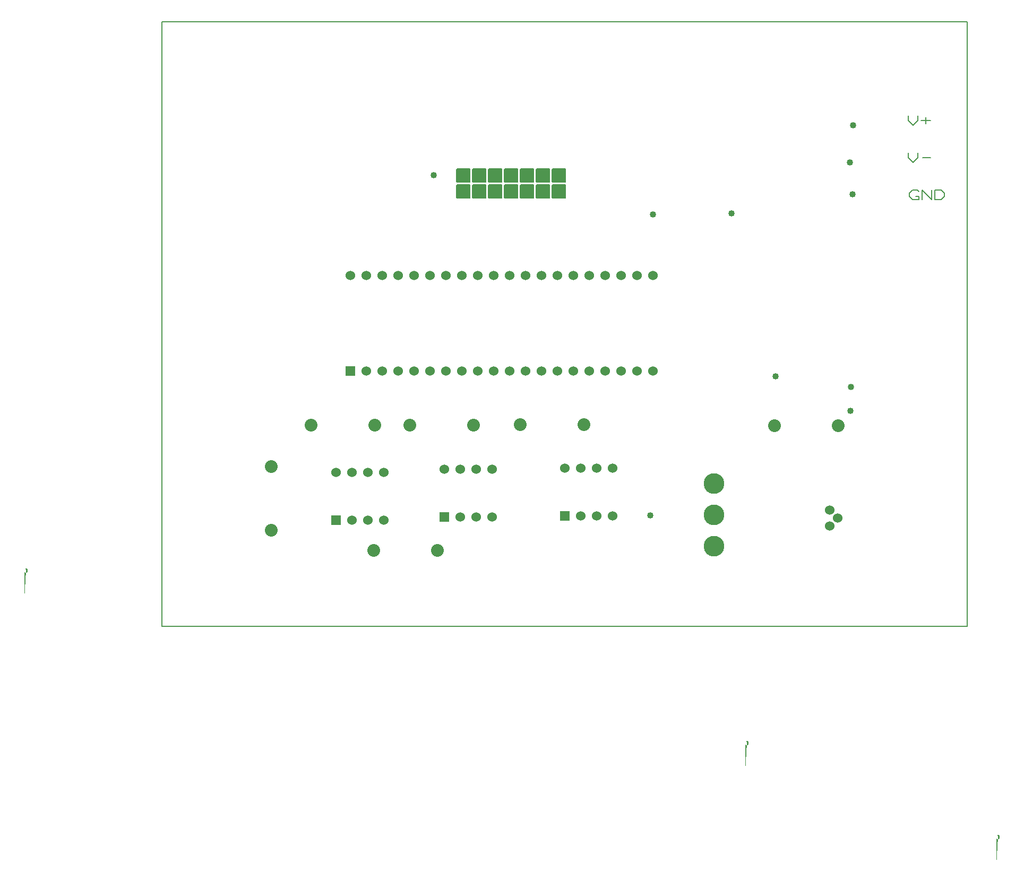
<source format=gbr>
G04 PROTEUS GERBER X2 FILE*
%TF.GenerationSoftware,Labcenter,Proteus,8.8-SP1-Build27031*%
%TF.CreationDate,2019-05-18T07:00:24+00:00*%
%TF.FileFunction,Soldermask,Top*%
%TF.FilePolarity,Negative*%
%TF.Part,Single*%
%TF.SameCoordinates,{a8659aba-65a4-4c0a-9c60-288927405768}*%
%FSLAX45Y45*%
%MOMM*%
G01*
%TA.AperFunction,Material*%
%ADD71C,1.016000*%
%AMPPAD012*
4,1,68,
-0.100000,0.327800,
0.100000,0.327800,
0.118480,0.326900,
0.136350,0.324260,
0.153540,0.319960,
0.169970,0.314080,
0.185550,0.306710,
0.200200,0.297910,
0.213850,0.287780,
0.226400,0.276400,
0.237780,0.263850,
0.247910,0.250210,
0.256700,0.235550,
0.264080,0.219970,
0.269960,0.203550,
0.274260,0.186350,
0.276900,0.168480,
0.277800,0.150000,
0.277800,-0.150000,
0.276900,-0.168480,
0.274260,-0.186350,
0.269960,-0.203550,
0.264080,-0.219970,
0.256700,-0.235550,
0.247910,-0.250210,
0.237780,-0.263850,
0.226400,-0.276400,
0.213850,-0.287780,
0.200200,-0.297910,
0.185550,-0.306710,
0.169970,-0.314080,
0.153540,-0.319960,
0.136350,-0.324260,
0.118480,-0.326900,
0.100000,-0.327800,
-0.100000,-0.327800,
-0.118480,-0.326900,
-0.136350,-0.324260,
-0.153540,-0.319960,
-0.169970,-0.314080,
-0.185550,-0.306710,
-0.200200,-0.297910,
-0.213850,-0.287780,
-0.226400,-0.276400,
-0.237780,-0.263850,
-0.247910,-0.250210,
-0.256700,-0.235550,
-0.264080,-0.219970,
-0.269960,-0.203550,
-0.274260,-0.186350,
-0.276900,-0.168480,
-0.277800,-0.150000,
-0.277800,0.150000,
-0.276900,0.168480,
-0.274260,0.186350,
-0.269960,0.203550,
-0.264080,0.219970,
-0.256700,0.235550,
-0.247910,0.250210,
-0.237780,0.263850,
-0.226400,0.276400,
-0.213850,0.287780,
-0.200200,0.297910,
-0.185550,0.306710,
-0.169970,0.314080,
-0.153540,0.319960,
-0.136350,0.324260,
-0.118480,0.326900,
-0.100000,0.327800,
0*%
%ADD20PPAD012*%
%AMPPAD013*
4,1,36,
-0.635000,0.762000,
0.635000,0.762000,
0.660970,0.759470,
0.684980,0.752200,
0.706580,0.740650,
0.725290,0.725290,
0.740650,0.706570,
0.752200,0.684980,
0.759470,0.660970,
0.762000,0.635000,
0.762000,-0.635000,
0.759470,-0.660970,
0.752200,-0.684980,
0.740650,-0.706570,
0.725290,-0.725290,
0.706580,-0.740650,
0.684980,-0.752200,
0.660970,-0.759470,
0.635000,-0.762000,
-0.635000,-0.762000,
-0.660970,-0.759470,
-0.684980,-0.752200,
-0.706580,-0.740650,
-0.725290,-0.725290,
-0.740650,-0.706570,
-0.752200,-0.684980,
-0.759470,-0.660970,
-0.762000,-0.635000,
-0.762000,0.635000,
-0.759470,0.660970,
-0.752200,0.684980,
-0.740650,0.706570,
-0.725290,0.725290,
-0.706580,0.740650,
-0.684980,0.752200,
-0.660970,0.759470,
-0.635000,0.762000,
0*%
%TA.AperFunction,Material*%
%ADD21PPAD013*%
%ADD22C,1.524000*%
%AMPPAD015*
4,1,36,
-1.016000,1.143000,
1.016000,1.143000,
1.041970,1.140470,
1.065980,1.133200,
1.087580,1.121650,
1.106290,1.106290,
1.121650,1.087570,
1.133200,1.065980,
1.140470,1.041970,
1.143000,1.016000,
1.143000,-1.016000,
1.140470,-1.041970,
1.133200,-1.065980,
1.121650,-1.087570,
1.106290,-1.106290,
1.087580,-1.121650,
1.065980,-1.133200,
1.041970,-1.140470,
1.016000,-1.143000,
-1.016000,-1.143000,
-1.041970,-1.140470,
-1.065980,-1.133200,
-1.087580,-1.121650,
-1.106290,-1.106290,
-1.121650,-1.087570,
-1.133200,-1.065980,
-1.140470,-1.041970,
-1.143000,-1.016000,
-1.143000,1.016000,
-1.140470,1.041970,
-1.133200,1.065980,
-1.121650,1.087570,
-1.106290,1.106290,
-1.087580,1.121650,
-1.065980,1.133200,
-1.041970,1.140470,
-1.016000,1.143000,
0*%
%TA.AperFunction,Material*%
%ADD23PPAD015*%
%TA.AperFunction,Material*%
%ADD24C,3.302000*%
%TA.AperFunction,Material*%
%ADD25C,2.032000*%
%TA.AperFunction,Profile*%
%ADD19C,0.203200*%
%TD.AperFunction*%
D71*
X-1250352Y-1193640D03*
X+3500090Y-1796488D03*
X+2246166Y-1812564D03*
X+5397500Y-4953000D03*
X+5406877Y-4569588D03*
X+2205976Y-6619272D03*
X+4200000Y-4400000D03*
X+5389014Y-984652D03*
X+5431884Y-1495064D03*
X+5440000Y-390000D03*
D20*
X-7750000Y-7500000D03*
X+7750000Y-11750000D03*
X+3750000Y-10250000D03*
D21*
X-2576000Y-4313000D03*
D22*
X-2322000Y-4313000D03*
X-2068000Y-4313000D03*
X-1814000Y-4313000D03*
X-1560000Y-4313000D03*
X-1306000Y-4313000D03*
X-1052000Y-4313000D03*
X-798000Y-4313000D03*
X-544000Y-4313000D03*
X-290000Y-4313000D03*
X-36000Y-4313000D03*
X+218000Y-4313000D03*
X+472000Y-4313000D03*
X+726000Y-4313000D03*
X+980000Y-4313000D03*
X+1234000Y-4313000D03*
X+1488000Y-4313000D03*
X+1742000Y-4313000D03*
X+1996000Y-4313000D03*
X+2250000Y-4313000D03*
X+2250000Y-2789000D03*
X+1996000Y-2789000D03*
X+1742000Y-2789000D03*
X+1488000Y-2789000D03*
X+1234000Y-2789000D03*
X+980000Y-2789000D03*
X+726000Y-2789000D03*
X+472000Y-2789000D03*
X+218000Y-2789000D03*
X-36000Y-2789000D03*
X-290000Y-2789000D03*
X-544000Y-2789000D03*
X-798000Y-2789000D03*
X-1052000Y-2789000D03*
X-1306000Y-2789000D03*
X-1560000Y-2789000D03*
X-1814000Y-2789000D03*
X-2068000Y-2789000D03*
X-2322000Y-2789000D03*
X-2576000Y-2789000D03*
D23*
X-771000Y-1455000D03*
X-517000Y-1455000D03*
X-263000Y-1455000D03*
X-9000Y-1455000D03*
X+245000Y-1455000D03*
X+499000Y-1455000D03*
X+753000Y-1455000D03*
X+753000Y-1201000D03*
X+499000Y-1201000D03*
X+245000Y-1201000D03*
X-9000Y-1201000D03*
X-263000Y-1201000D03*
X-517000Y-1201000D03*
X-771000Y-1201000D03*
D24*
X+3218000Y-6105000D03*
X+3218000Y-6605380D03*
X+3218000Y-7105760D03*
D21*
X+841000Y-6623000D03*
D22*
X+1095000Y-6623000D03*
X+1349000Y-6623000D03*
X+1603000Y-6623000D03*
X+1603000Y-5861000D03*
X+1349000Y-5861000D03*
X+1095000Y-5861000D03*
X+841000Y-5861000D03*
D21*
X-1079000Y-6642000D03*
D22*
X-825000Y-6642000D03*
X-571000Y-6642000D03*
X-317000Y-6642000D03*
X-317000Y-5880000D03*
X-571000Y-5880000D03*
X-825000Y-5880000D03*
X-1079000Y-5880000D03*
D21*
X-2809000Y-6696000D03*
D22*
X-2555000Y-6696000D03*
X-2301000Y-6696000D03*
X-2047000Y-6696000D03*
X-2047000Y-5934000D03*
X-2301000Y-5934000D03*
X-2555000Y-5934000D03*
X-2809000Y-5934000D03*
X+5071000Y-6788000D03*
X+5198000Y-6661000D03*
X+5071000Y-6534000D03*
D25*
X+4188000Y-5183000D03*
X+5204000Y-5183000D03*
X+1147000Y-5172000D03*
X+131000Y-5172000D03*
X-1629000Y-5180000D03*
X-613000Y-5180000D03*
X-1191000Y-7180000D03*
X-2207000Y-7180000D03*
X-3204000Y-5178000D03*
X-2188000Y-5178000D03*
X-3838000Y-5840000D03*
X-3838000Y-6856000D03*
D19*
X-5580000Y-8390000D02*
X+7260000Y-8390000D01*
X+7260000Y+1260000D01*
X-5580000Y+1260000D01*
X-5580000Y-8390000D01*
X+6320000Y-240800D02*
X+6320000Y-317000D01*
X+6396200Y-393200D01*
X+6472400Y-317000D01*
X+6472400Y-240800D01*
X+6523200Y-317000D02*
X+6675600Y-317000D01*
X+6599400Y-266200D02*
X+6599400Y-367800D01*
X+6320000Y-830800D02*
X+6320000Y-907000D01*
X+6396200Y-983200D01*
X+6472400Y-907000D01*
X+6472400Y-830800D01*
X+6548600Y-907000D02*
X+6675600Y-907000D01*
X+6441600Y-1532400D02*
X+6492400Y-1532400D01*
X+6492400Y-1583200D01*
X+6390800Y-1583200D01*
X+6340000Y-1532400D01*
X+6340000Y-1481600D01*
X+6390800Y-1430800D01*
X+6467000Y-1430800D01*
X+6492400Y-1456200D01*
X+6543200Y-1583200D02*
X+6543200Y-1430800D01*
X+6695600Y-1583200D01*
X+6695600Y-1430800D01*
X+6746400Y-1583200D02*
X+6746400Y-1430800D01*
X+6848000Y-1430800D01*
X+6898800Y-1481600D01*
X+6898800Y-1532400D01*
X+6848000Y-1583200D01*
X+6746400Y-1583200D01*
M02*

</source>
